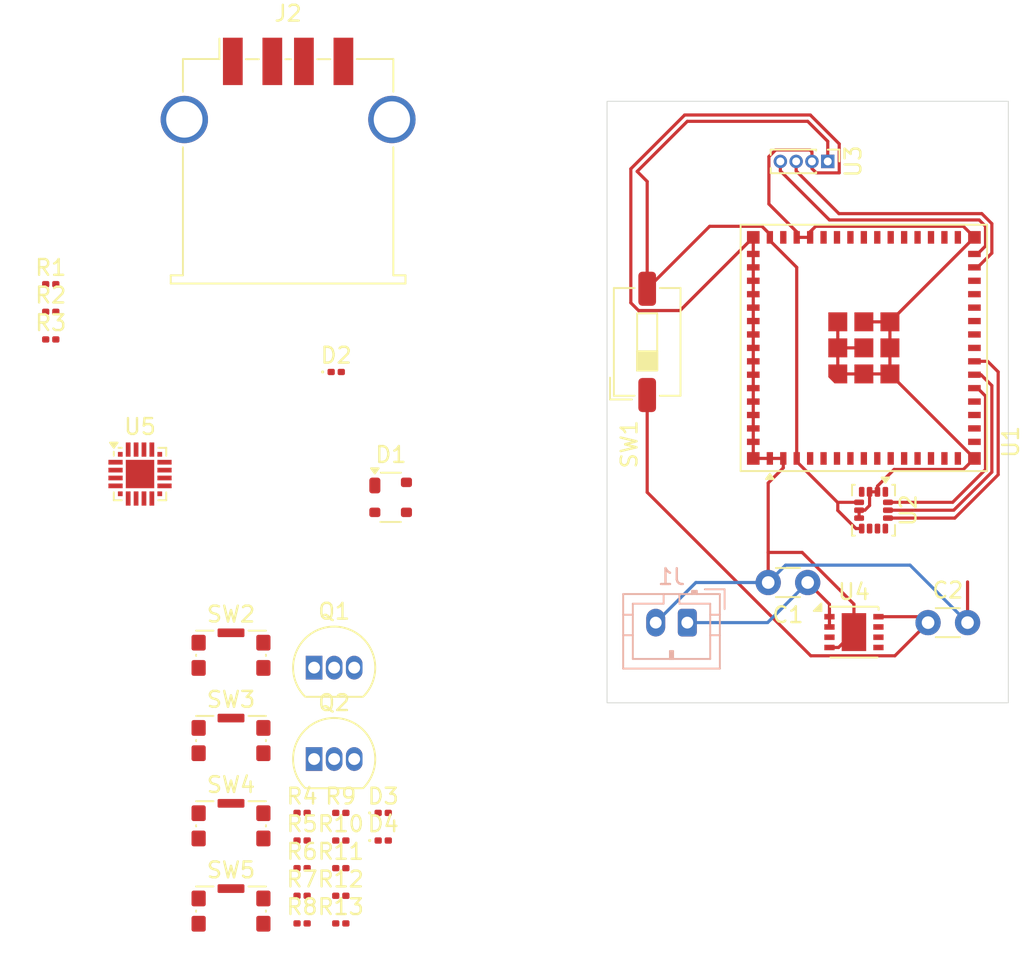
<source format=kicad_pcb>
(kicad_pcb (version 20241229) (generator "pcbnew") (generator_version "9.0")
  (layers (0 "F.Cu" signal) (2 "B.Cu" signal) (13 "F.Paste" user) (15 "B.Paste" user) (5 "F.SilkS" user "F.Silkscreen") (7 "B.SilkS" user "B.Silkscreen") (1 "F.Mask" user) (3 "B.Mask" user) (25 "Edge.Cuts" user))
  (net 0 "")
  (net 1 "GND")
  (net 2 "Net-(J1-Pin_1)")
  (net 3 "Battery_3.3V")
  (net 5 "VBUS_5V")
  (net 7 "Net-(D3-A)")
  (net 11 "Net-(D4-A)")
  (net 22 "Net-(Q1-B)")
  (net 23 "Net-(Q1-C)")
  (net 31 "Net-(Q2-C)")
  (net 33 "Net-(Q2-B)")
  (net 48 "ESP_3V3")
  (net 49 "ESP32_RXD0")
  (net 50 "ESP32_TXD0")
  (net 51 "GPIO36")
  (net 52 "GPIO37")
  (net 53 "Net-(J2-D-)")
  (net 54 "Net-(J2-D+)")
  (net 55 "CP2102_GPIO2")
  (net 56 "Net-(D2-A)")
  (net 58 "Net-(U5-VBUS)")
  (net 59 "Net-(U5-SUSPEND)")
  (net 60 "CP2102_GPIO3")
  (net 67 "GPIO38")
  (net 71 "GPIO39")
  (net 76 "GPIO18")
  (net 77 "GPIO16")
  (net 78 "GPIO34")
  (net 79 "GPIO17")
  (net 80 "GPIO48")
  (footprint "Resistor_SMD:R_0201_0603Metric" (layer "F.Cu") (at 69.505 92.71)
    (property "Reference" "R13" (at 0 -1.05 0) (layer "F.SilkS"))
    (property "Value" "10kR")
    (pad "1" smd roundrect (at -0.32 0) (size 0.46 0.4) (layers "F.Cu" "F.Mask") (net 71 "GPIO39"))
    (pad "2" smd roundrect (at 0.32 0) (size 0.46 0.4) (layers "F.Cu" "F.Mask") (net 1 "GND"))
  )
  (footprint "LED_SMD:LED_0201_0603Metric" (layer "F.Cu") (at 72.19 85.71)
    (property "Reference" "D3" (at 0 -1.05 0) (layer "F.SilkS"))
    (property "Value" "LED")
    (pad "1" smd roundrect (at -0.32 0) (size 0.46 0.4) (layers "F.Cu" "F.Mask") (net 1 "GND"))
    (pad "2" smd roundrect (at 0.32 0) (size 0.46 0.4) (layers "F.Cu" "F.Mask") (net 7 "Net-(D3-A)"))
  )
  (footprint "Button_Switch_SMD:SW_SPST_CK_KMS2xxGP" (layer "F.Cu") (at 62.555 91.93)
    (property "Reference" "SW5" (at 0 -2.6 0) (layer "F.SilkS"))
    (property "Value" "Button")
    (pad "" np_thru_hole circle (at -0.975 0.75) (size 0.9 0.9) (drill 0.9) (layers "*.Cu" "*.Mask"))
    (pad "" np_thru_hole circle (at 0.975 0.75) (size 0.9 0.9) (drill 0.9) (layers "*.Cu" "*.Mask"))
    (pad "1" smd roundrect (at -2.05 -0.8) (size 0.9 1) (layers "F.Cu" "F.Mask" "F.Paste") (roundrect_rratio 0.15) (net 71 "GPIO39"))
    (pad "1" smd roundrect (at 2.05 -0.8) (size 0.9 1) (layers "F.Cu" "F.Mask" "F.Paste") (roundrect_rratio 0.15) (net 71 "GPIO39"))
    (pad "2" smd roundrect (at -2.05 0.8) (size 0.9 1) (layers "F.Cu" "F.Mask" "F.Paste") (roundrect_rratio 0.15) (net 48 "ESP_3V3"))
    (pad "2" smd roundrect (at 2.05 0.8) (size 0.9 1) (layers "F.Cu" "F.Mask" "F.Paste") (roundrect_rratio 0.15) (net 48 "ESP_3V3"))
    (pad "SH" smd roundrect (at 0 -1.425) (size 1.7 0.55) (layers "F.Cu" "F.Mask" "F.Paste") (roundrect_rratio 0.15))
  )
  (footprint "LED_SMD:LED_0201_0603Metric" (layer "F.Cu") (at 69.215 57.785)
    (property "Reference" "D2" (at 0 -1.05 0) (layer "F.SilkS"))
    (property "Value" "LED")
    (pad "1" smd roundrect (at -0.32 0) (size 0.46 0.4) (layers "F.Cu" "F.Mask") (net 1 "GND"))
    (pad "2" smd roundrect (at 0.32 0) (size 0.46 0.4) (layers "F.Cu" "F.Mask") (net 56 "Net-(D2-A)"))
  )
  (footprint "Resistor_SMD:R_0201_0603Metric" (layer "F.Cu") (at 67.055 89.21)
    (property "Reference" "R6" (at 0 -1.05 0) (layer "F.SilkS"))
    (property "Value" "R")
    (pad "1" smd roundrect (at -0.32 0) (size 0.46 0.4) (layers "F.Cu" "F.Mask") (net 55 "CP2102_GPIO2"))
    (pad "2" smd roundrect (at 0.32 0) (size 0.46 0.4) (layers "F.Cu" "F.Mask") (net 22 "Net-(Q1-B)"))
  )
  (footprint "Package_TO_SOT_THT:TO-92_Inline" (layer "F.Cu") (at 67.815 82.3)
    (property "Reference" "Q2" (at 1.27 -3.56 0) (layer "F.SilkS"))
    (property "Value" "PN2222A")
    (pad "1" thru_hole rect (at 0 0) (size 1.05 1.5) (drill 0.75) (layers "*.Cu" "*.Mask") (net 1 "GND"))
    (pad "2" thru_hole oval (at 1.27 0) (size 1.05 1.5) (drill 0.75) (layers "*.Cu" "*.Mask") (net 33 "Net-(Q2-B)"))
    (pad "3" thru_hole oval (at 2.54 0) (size 1.05 1.5) (drill 0.75) (layers "*.Cu" "*.Mask") (net 31 "Net-(Q2-C)"))
  )
  (footprint "Connector_PinHeader_1.00mm:PinHeader_1x04_P1.00mm_Vertical" (layer "F.Cu") (at 100.33 44.45 -90)
    (property "Reference" "U3" (at 0 -1.61 90) (layer "F.SilkS"))
    (property "Value" "OLED_Display")
    (pad "1" thru_hole rect (at 0 0 270) (size 0.85 0.85) (drill 0.5) (layers "*.Cu" "*.Mask") (net 48 "ESP_3V3"))
    (pad "2" thru_hole circle (at 0 1 270) (size 0.85 0.85) (drill 0.5) (layers "*.Cu" "*.Mask") (net 1 "GND"))
    (pad "3" thru_hole circle (at 0 2 270) (size 0.85 0.85) (drill 0.5) (layers "*.Cu" "*.Mask") (net 78 "GPIO34"))
    (pad "4" thru_hole circle (at 0 3 270) (size 0.85 0.85) (drill 0.5) (layers "*.Cu" "*.Mask") (net 80 "GPIO48"))
  )
  (footprint "Resistor_SMD:R_0201_0603Metric" (layer "F.Cu") (at 51.145 53.975)
    (property "Reference" "R2" (at 0 -1.05 0) (layer "F.SilkS"))
    (property "Value" "47.5kR")
    (pad "1" smd roundrect (at -0.32 0) (size 0.46 0.4) (layers "F.Cu" "F.Mask") (net 58 "Net-(U5-VBUS)"))
    (pad "2" smd roundrect (at 0.32 0) (size 0.46 0.4) (layers "F.Cu" "F.Mask") (net 1 "GND"))
  )
  (footprint "Resistor_SMD:R_0201_0603Metric" (layer "F.Cu") (at 51.145 52.225)
    (property "Reference" "R1" (at 0 -1.05 0) (layer "F.SilkS"))
    (property "Value" "22.1kR")
    (pad "1" smd roundrect (at -0.32 0) (size 0.46 0.4) (layers "F.Cu" "F.Mask") (net 5 "VBUS_5V"))
    (pad "2" smd roundrect (at 0.32 0) (size 0.46 0.4) (layers "F.Cu" "F.Mask") (net 58 "Net-(U5-VBUS)"))
  )
  (footprint "Resistor_SMD:R_0201_0603Metric" (layer "F.Cu") (at 69.505 89.21)
    (property "Reference" "R11" (at 0 -1.05 0) (layer "F.SilkS"))
    (property "Value" "500R")
    (pad "1" smd roundrect (at -0.32 0) (size 0.46 0.4) (layers "F.Cu" "F.Mask") (net 31 "Net-(Q2-C)"))
    (pad "2" smd roundrect (at 0.32 0) (size 0.46 0.4) (layers "F.Cu" "F.Mask") (net 11 "Net-(D4-A)"))
  )
  (footprint "Resistor_SMD:R_0201_0603Metric" (layer "F.Cu") (at 67.055 85.71)
    (property "Reference" "R4" (at 0 -1.05 0) (layer "F.SilkS"))
    (property "Value" "10kR")
    (pad "1" smd roundrect (at -0.32 0) (size 0.46 0.4) (layers "F.Cu" "F.Mask") (net 51 "GPIO36"))
    (pad "2" smd roundrect (at 0.32 0) (size 0.46 0.4) (layers "F.Cu" "F.Mask") (net 1 "GND"))
  )
  (footprint "Button_Switch_SMD:SW_SPST_CK_KMS2xxGP" (layer "F.Cu") (at 62.555 81.13)
    (property "Reference" "SW3" (at 0 -2.6 0) (layer "F.SilkS"))
    (property "Value" "Button")
    (pad "" np_thru_hole circle (at -0.975 0.75) (size 0.9 0.9) (drill 0.9) (layers "*.Cu" "*.Mask"))
    (pad "" np_thru_hole circle (at 0.975 0.75) (size 0.9 0.9) (drill 0.9) (layers "*.Cu" "*.Mask"))
    (pad "1" smd roundrect (at -2.05 -0.8) (size 0.9 1) (layers "F.Cu" "F.Mask" "F.Paste") (roundrect_rratio 0.15) (net 52 "GPIO37"))
    (pad "1" smd roundrect (at 2.05 -0.8) (size 0.9 1) (layers "F.Cu" "F.Mask" "F.Paste") (roundrect_rratio 0.15) (net 52 "GPIO37"))
    (pad "2" smd roundrect (at -2.05 0.8) (size 0.9 1) (layers "F.Cu" "F.Mask" "F.Paste") (roundrect_rratio 0.15) (net 48 "ESP_3V3"))
    (pad "2" smd roundrect (at 2.05 0.8) (size 0.9 1) (layers "F.Cu" "F.Mask" "F.Paste") (roundrect_rratio 0.15) (net 48 "ESP_3V3"))
    (pad "SH" smd roundrect (at 0 -1.425) (size 1.7 0.55) (layers "F.Cu" "F.Mask" "F.Paste") (roundrect_rratio 0.15))
  )
  (footprint "Button_Switch_SMD:SW_SPST_CK_KMS2xxGP" (layer "F.Cu") (at 62.555 86.53)
    (property "Reference" "SW4" (at 0 -2.6 0) (layer "F.SilkS"))
    (property "Value" "Button")
    (pad "" np_thru_hole circle (at -0.975 0.75) (size 0.9 0.9) (drill 0.9) (layers "*.Cu" "*.Mask"))
    (pad "" np_thru_hole circle (at 0.975 0.75) (size 0.9 0.9) (drill 0.9) (layers "*.Cu" "*.Mask"))
    (pad "1" smd roundrect (at -2.05 -0.8) (size 0.9 1) (layers "F.Cu" "F.Mask" "F.Paste") (roundrect_rratio 0.15) (net 67 "GPIO38"))
    (pad "1" smd roundrect (at 2.05 -0.8) (size 0.9 1) (layers "F.Cu" "F.Mask" "F.Paste") (roundrect_rratio 0.15) (net 67 "GPIO38"))
    (pad "2" smd roundrect (at -2.05 0.8) (size 0.9 1) (layers "F.Cu" "F.Mask" "F.Paste") (roundrect_rratio 0.15) (net 48 "ESP_3V3"))
    (pad "2" smd roundrect (at 2.05 0.8) (size 0.9 1) (layers "F.Cu" "F.Mask" "F.Paste") (roundrect_rratio 0.15) (net 48 "ESP_3V3"))
    (pad "SH" smd roundrect (at 0 -1.425) (size 1.7 0.55) (layers "F.Cu" "F.Mask" "F.Paste") (roundrect_rratio 0.15))
  )
  (footprint "Resistor_SMD:R_0201_0603Metric" (layer "F.Cu") (at 69.505 87.46)
    (property "Reference" "R10" (at 0 -1.05 0) (layer "F.SilkS"))
    (property "Value" "R")
    (pad "1" smd roundrect (at -0.32 0) (size 0.46 0.4) (layers "F.Cu" "F.Mask") (net 5 "VBUS_5V"))
    (pad "2" smd roundrect (at 0.32 0) (size 0.46 0.4) (layers "F.Cu" "F.Mask") (net 31 "Net-(Q2-C)"))
  )
  (footprint "Package_LGA:LGA-14_3x2.5mm_P0.5mm_LayoutBorder3x4y" (layer "F.Cu") (at 103.2275 66.54 -90)
    (property "Reference" "U2" (at 0 -2.2 90) (layer "F.SilkS"))
    (property "Value" "LSM6DS3" (hide yes))
    (pad "1" smd roundrect (at -1.1625 -0.75 270) (size 0.625 0.35) (layers "F.Cu" "F.Mask" "F.Paste"))
    (pad "2" smd roundrect (at -1.1625 -0.25 270) (size 0.625 0.35) (layers "F.Cu" "F.Mask" "F.Paste") (net 1 "GND"))
    (pad "3" smd roundrect (at -1.1625 0.25 270) (size 0.625 0.35) (layers "F.Cu" "F.Mask" "F.Paste") (net 1 "GND"))
    (pad "4" smd roundrect (at -1.1625 0.75 270) (size 0.625 0.35) (layers "F.Cu" "F.Mask" "F.Paste"))
    (pad "5" smd roundrect (at -0.5 0.9125 270) (size 0.35 0.625) (layers "F.Cu" "F.Mask" "F.Paste") (net 48 "ESP_3V3"))
    (pad "6" smd roundrect (at 0 0.9125 270) (size 0.35 0.625) (layers "F.Cu" "F.Mask" "F.Paste") (net 1 "GND"))
    (pad "7" smd roundrect (at 0.5 0.9125 270) (size 0.35 0.625) (layers "F.Cu" "F.Mask" "F.Paste") (net 1 "GND"))
    (pad "8" smd roundrect (at 1.1625 0.75 270) (size 0.625 0.35) (layers "F.Cu" "F.Mask" "F.Paste") (net 48 "ESP_3V3"))
    (pad "9" smd roundrect (at 1.1625 0.25 270) (size 0.625 0.35) (layers "F.Cu" "F.Mask" "F.Paste"))
    (pad "10" smd roundrect (at 1.1625 -0.25 270) (size 0.625 0.35) (layers "F.Cu" "F.Mask" "F.Paste"))
    (pad "11" smd roundrect (at 1.1625 -0.75 270) (size 0.625 0.35) (layers "F.Cu" "F.Mask" "F.Paste"))
    (pad "12" smd roundrect (at 0.5 -0.9125 270) (size 0.35 0.625) (layers "F.Cu" "F.Mask" "F.Paste") (net 76 "GPIO18"))
    (pad "13" smd roundrect (at 0 -0.9125 270) (size 0.35 0.625) (layers "F.Cu" "F.Mask" "F.Paste") (net 79 "GPIO17"))
    (pad "14" smd roundrect (at -0.5 -0.9125 270) (size 0.35 0.625) (layers "F.Cu" "F.Mask" "F.Paste") (net 77 "GPIO16"))
  )
  (footprint "Resistor_SMD:R_0201_0603Metric" (layer "F.Cu") (at 67.055 87.46)
    (property "Reference" "R5" (at 0 -1.05 0) (layer "F.SilkS"))
    (property "Value" "10kR")
    (pad "1" smd roundrect (at -0.32 0) (size 0.46 0.4) (layers "F.Cu" "F.Mask") (net 52 "GPIO37"))
    (pad "2" smd roundrect (at 0.32 0) (size 0.46 0.4) (layers "F.Cu" "F.Mask") (net 1 "GND"))
  )
  (footprint "Package_TO_SOT_THT:TO-92_Inline" (layer "F.Cu") (at 67.815 76.51)
    (property "Reference" "Q1" (at 1.27 -3.56 0) (layer "F.SilkS"))
    (property "Value" "PN2222A")
    (pad "1" thru_hole rect (at 0 0) (size 1.05 1.5) (drill 0.75) (layers "*.Cu" "*.Mask") (net 1 "GND"))
    (pad "2" thru_hole oval (at 1.27 0) (size 1.05 1.5) (drill 0.75) (layers "*.Cu" "*.Mask") (net 22 "Net-(Q1-B)"))
    (pad "3" thru_hole oval (at 2.54 0) (size 1.05 1.5) (drill 0.75) (layers "*.Cu" "*.Mask") (net 23 "Net-(Q1-C)"))
  )
  (footprint "Package_DFN_QFN:DFN-8-1EP_3x3mm_P0.65mm_EP1.55x2.4mm" (layer "F.Cu") (at 101.9875 74.26)
    (property "Reference" "U4" (at 0 -2.55 0) (layer "F.SilkS"))
    (property "Value" "MCP1727-3302xMF")
    (pad "1" smd rect (at -1.55 -0.975) (size 0.65 0.35) (layers "F.Cu" "F.Mask" "F.Paste") (net 2 "Net-(J1-Pin_1)"))
    (pad "2" smd rect (at -1.55 -0.325) (size 0.65 0.35) (layers "F.Cu" "F.Mask" "F.Paste") (net 2 "Net-(J1-Pin_1)"))
    (pad "3" smd rect (at -1.55 0.325) (size 0.65 0.35) (layers "F.Cu" "F.Mask" "F.Paste"))
    (pad "4" smd rect (at -1.55 0.975) (size 0.65 0.35) (layers "F.Cu" "F.Mask" "F.Paste") (net 1 "GND"))
    (pad "5" smd rect (at 1.55 0.975) (size 0.65 0.35) (layers "F.Cu" "F.Mask" "F.Paste"))
    (pad "6" smd rect (at 1.55 0.325) (size 0.65 0.35) (layers "F.Cu" "F.Mask" "F.Paste"))
    (pad "7" smd rect (at 1.55 -0.325) (size 0.65 0.35) (layers "F.Cu" "F.Mask" "F.Paste"))
    (pad "8" smd rect (at 1.55 -0.975) (size 0.65 0.35) (layers "F.Cu" "F.Mask" "F.Paste") (net 3 "Battery_3.3V"))
    (pad "9" smd rect (at 0 0) (size 1.55 2.4) (layers "F.Cu" "F.Mask") (net 1 "GND"))
  )
  (footprint "RF_Module:ESP32-S2-MINI-1U" (layer "F.Cu") (at 102.615 56.26 90)
    (property "Reference" "U1" (at -5.95 9.3 90) (layer "F.SilkS"))
    (property "Value" "ESP32-S3-MINI-1U")
    (pad "1" smd rect (at -7 -5.95 90) (size 0.8 0.4) (layers "F.Cu" "F.Mask" "F.Paste") (net 1 "GND"))
    (pad "2" smd rect (at -7 -5.1 90) (size 0.8 0.4) (layers "F.Cu" "F.Mask" "F.Paste") (net 1 "GND"))
    (pad "3" smd rect (at -7 -4.25 90) (size 0.8 0.4) (layers "F.Cu" "F.Mask" "F.Paste") (net 48 "ESP_3V3"))
    (pad "4" smd rect (at -7 -3.4 90) (size 0.8 0.4) (layers "F.Cu" "F.Mask" "F.Paste"))
    (pad "5" smd rect (at -7 -2.55 90) (size 0.8 0.4) (layers "F.Cu" "F.Mask" "F.Paste"))
    (pad "6" smd rect (at -7 -1.7 90) (size 0.8 0.4) (layers "F.Cu" "F.Mask" "F.Paste"))
    (pad "7" smd rect (at -7 -0.85 90) (size 0.8 0.4) (layers "F.Cu" "F.Mask" "F.Paste"))
    (pad "8" smd rect (at -7 0 90) (size 0.8 0.4) (layers "F.Cu" "F.Mask" "F.Paste"))
    (pad "9" smd rect (at -7 0.85 90) (size 0.8 0.4) (layers "F.Cu" "F.Mask" "F.Paste"))
    (pad "10" smd rect (at -7 1.7 90) (size 0.8 0.4) (layers "F.Cu" "F.Mask" "F.Paste"))
    (pad "11" smd rect (at -7 2.55 90) (size 0.8 0.4) (layers "F.Cu" "F.Mask" "F.Paste"))
    (pad "12" smd rect (at -7 3.4 90) (size 0.8 0.4) (layers "F.Cu" "F.Mask" "F.Paste"))
    (pad "13" smd rect (at -7 4.25 90) (size 0.8 0.4) (layers "F.Cu" "F.Mask" "F.Paste"))
    (pad "14" smd rect (at -7 5.1 90) (size 0.8 0.4) (layers "F.Cu" "F.Mask" "F.Paste"))
    (pad "15" smd rect (at -7 5.95 90) (size 0.8 0.4) (layers "F.Cu" "F.Mask" "F.Paste"))
    (pad "16" smd rect (at -5.95 7 180) (size 0.8 0.4) (layers "F.Cu" "F.Mask" "F.Paste"))
    (pad "17" smd rect (at -5.1 7 180) (size 0.8 0.4) (layers "F.Cu" "F.Mask" "F.Paste"))
    (pad "18" smd rect (at -4.25 7 180) (size 0.8 0.4) (layers "F.Cu" "F.Mask" "F.Paste"))
    (pad "19" smd rect (at -3.4 7 180) (size 0.8 0.4) (layers "F.Cu" "F.Mask" "F.Paste"))
    (pad "20" smd rect (at -2.55 7 180) (size 0.8 0.4) (layers "F.Cu" "F.Mask" "F.Paste") (net 77 "GPIO16"))
    (pad "21" smd rect (at -1.7 7 180) (size 0.8 0.4) (layers "F.Cu" "F.Mask" "F.Paste") (net 79 "GPIO17"))
    (pad "22" smd rect (at -0.85 7 180) (size 0.8 0.4) (layers "F.Cu" "F.Mask" "F.Paste") (net 76 "GPIO18"))
    (pad "23" smd rect (at 0 7 180) (size 0.8 0.4) (layers "F.Cu" "F.Mask" "F.Paste"))
    (pad "24" smd rect (at 0.85 7 180) (size 0.8 0.4) (layers "F.Cu" "F.Mask" "F.Paste"))
    (pad "25" smd rect (at 1.7 7 180) (size 0.8 0.4) (layers "F.Cu" "F.Mask" "F.Paste"))
    (pad "26" smd rect (at 2.55 7 180) (size 0.8 0.4) (layers "F.Cu" "F.Mask" "F.Paste"))
    (pad "27" smd rect (at 3.4 7 180) (size 0.8 0.4) (layers "F.Cu" "F.Mask" "F.Paste"))
    (pad "28" smd rect (at 4.25 7 180) (size 0.8 0.4) (layers "F.Cu" "F.Mask" "F.Paste"))
    (pad "29" smd rect (at 5.1 7 180) (size 0.8 0.4) (layers "F.Cu" "F.Mask" "F.Paste") (net 78 "GPIO34"))
    (pad "30" smd rect (at 5.95 7 180) (size 0.8 0.4) (layers "F.Cu" "F.Mask" "F.Paste") (net 80 "GPIO48"))
    (pad "31" smd rect (at 7 5.95 90) (size 0.8 0.4) (layers "F.Cu" "F.Mask" "F.Paste"))
    (pad "32" smd rect (at 7 5.1 90) (size 0.8 0.4) (layers "F.Cu" "F.Mask" "F.Paste") (net 51 "GPIO36"))
    (pad "33" smd rect (at 7 4.25 90) (size 0.8 0.4) (layers "F.Cu" "F.Mask" "F.Paste") (net 52 "GPIO37"))
    (pad "34" smd rect (at 7 3.4 90) (size 0.8 0.4) (layers "F.Cu" "F.Mask" "F.Paste") (net 67 "GPIO38"))
    (pad "35" smd rect (at 7 2.55 90) (size 0.8 0.4) (layers "F.Cu" "F.Mask" "F.Paste") (net 71 "GPIO39"))
    (pad "36" smd rect (at 7 1.7 90) (size 0.8 0.4) (layers "F.Cu" "F.Mask" "F.Paste"))
    (pad "37" smd rect (at 7 0.85 90) (size 0.8 0.4) (layers "F.Cu" "F.Mask" "F.Paste"))
    (pad "38" smd rect (at 7 0 90) (size 0.8 0.4) (layers "F.Cu" "F.Mask" "F.Paste"))
    (pad "39" smd rect (at 7 -0.85 90) (size 0.8 0.4) (layers "F.Cu" "F.Mask" "F.Paste") (net 50 "ESP32_TXD0"))
    (pad "40" smd rect (at 7 -1.7 90) (size 0.8 0.4) (layers "F.Cu" "F.Mask" "F.Paste") (net 49 "ESP32_RXD0"))
    (pad "41" smd rect (at 7 -2.55 90) (size 0.8 0.4) (layers "F.Cu" "F.Mask" "F.Paste"))
    (pad "42" smd rect (at 7 -3.4 90) (size 0.8 0.4) (layers "F.Cu" "F.Mask" "F.Paste") (net 1 "GND"))
    (pad "43" smd rect (at 7 -4.25 90) (size 0.8 0.4) (layers "F.Cu" "F.Mask" "F.Paste") (net 1 "GND"))
    (pad "44" smd rect (at 7 -5.1 90) (size 0.8 0.4) (layers "F.Cu" "F.Mask" "F.Paste"))
    (pad "45" smd rect (at 7 -5.95 90) (size 0.8 0.4) (layers "F.Cu" "F.Mask" "F.Paste") (net 48 "ESP_3V3"))
    (pad "46" smd rect (at 5.95 -7 180) (size 0.8 0.4) (layers "F.Cu" "F.Mask" "F.Paste") (net 1 "GND"))
    (pad "47" smd rect (at 5.1 -7 180) (size 0.8 0.4) (layers "F.Cu" "F.Mask" "F.Paste") (net 1 "GND"))
    (pad "48" smd rect (at 4.25 -7 180) (size 0.8 0.4) (layers "F.Cu" "F.Mask" "F.Paste") (net 1 "GND"))
    (pad "49" smd rect (at 3.4 -7 180) (size 0.8 0.4) (layers "F.Cu" "F.Mask" "F.Paste") (net 1 "GND"))
    (pad "50" smd rect (at 2.55 -7 180) (size 0.8 0.4) (layers "F.Cu" "F.Mask" "F.Paste") (net 1 "GND"))
    (pad "51" smd rect (at 1.7 -7 180) (size 0.8 0.4) (layers "F.Cu" "F.Mask" "F.Paste") (net 1 "GND"))
    (pad "52" smd rect (at 0.85 -7 180) (size 0.8 0.4) (layers "F.Cu" "F.Mask" "F.Paste") (net 1 "GND"))
    (pad "53" smd rect (at 0 -7 180) (size 0.8 0.4) (layers "F.Cu" "F.Mask" "F.Paste") (net 1 "GND"))
    (pad "54" smd rect (at -0.85 -7 180) (size 0.8 0.4) (layers "F.Cu" "F.Mask" "F.Paste") (net 1 "GND"))
    (pad "55" smd rect (at -1.7 -7 180) (size 0.8 0.4) (layers "F.Cu" "F.Mask" "F.Paste") (net 1 "GND"))
    (pad "56" smd rect (at -2.55 -7 180) (size 0.8 0.4) (layers "F.Cu" "F.Mask" "F.Paste") (net 1 "GND"))
    (pad "57" smd rect (at -3.4 -7 180) (size 0.8 0.4) (layers "F.Cu" "F.Mask" "F.Paste") (net 1 "GND"))
    (pad "58" smd rect (at -4.25 -7 180) (size 0.8 0.4) (layers "F.Cu" "F.Mask" "F.Paste") (net 1 "GND"))
    (pad "59" smd rect (at -5.1 -7 180) (size 0.8 0.4) (layers "F.Cu" "F.Mask" "F.Paste") (net 1 "GND"))
    (pad "60" smd rect (at -5.95 -7 180) (size 0.8 0.4) (layers "F.Cu" "F.Mask" "F.Paste") (net 1 "GND"))
    (pad "61" smd roundrect (at -1.65 -1.65 90) (size 1.2 1.2) (property pad_prop_heatsink) (layers "F.Cu" "F.Mask" "F.Paste") (roundrect_rratio 0) (chamfer_ratio 0.33) (chamfer top_left) (net 1 "GND"))
    (pad "61" smd rect (at -1.65 0 90) (size 1.2 1.2) (property pad_prop_heatsink) (layers "F.Cu" "F.Mask" "F.Paste") (net 1 "GND"))
    (pad "61" smd rect (at -1.65 1.65 90) (size 1.2 1.2) (property pad_prop_heatsink) (layers "F.Cu" "F.Mask" "F.Paste") (net 1 "GND"))
    (pad "61" smd rect (at 0 -1.65 90) (size 1.2 1.2) (property pad_prop_heatsink) (layers "F.Cu" "F.Mask" "F.Paste") (net 1 "GND"))
    (pad "61" smd rect (at 0 0 90) (size 1.2 1.2) (property pad_prop_heatsink) (layers "F.Cu" "F.Mask" "F.Paste") (net 1 "GND"))
    (pad "61" smd rect (at 0 1.65 90) (size 1.2 1.2) (property pad_prop_heatsink) (layers "F.Cu" "F.Mask" "F.Paste") (net 1 "GND"))
    (pad "61" smd rect (at 1.65 -1.65 90) (size 1.2 1.2) (property pad_prop_heatsink) (layers "F.Cu" "F.Mask" "F.Paste") (net 1 "GND"))
    (pad "61" smd rect (at 1.65 0 90) (size 1.2 1.2) (property pad_prop_heatsink) (layers "F.Cu" "F.Mask" "F.Paste") (net 1 "GND"))
    (pad "61" smd rect (at 1.65 1.65 90) (size 1.2 1.2) (property pad_prop_heatsink) (layers "F.Cu" "F.Mask" "F.Paste") (net 1 "GND"))
    (pad "62" smd rect (at -7 -7 90) (size 0.8 0.8) (layers "F.Cu" "F.Mask" "F.Paste") (net 1 "GND"))
    (pad "63" smd rect (at -7 7 90) (size 0.8 0.8) (layers "F.Cu" "F.Mask" "F.Paste") (net 1 "GND"))
    (pad "64" smd rect (at 7 7 90) (size 0.8 0.8) (layers "F.Cu" "F.Mask" "F.Paste") (net 1 "GND"))
    (pad "65" smd rect (at 7 -7 90) (size 0.8 0.8) (layers "F.Cu" "F.Mask" "F.Paste") (net 1 "GND"))
  )
  (footprint "Capacitor_THT:C_Disc_D3.0mm_W1.6mm_P2.50mm" (layer "F.Cu") (at 99.06 71.12 180)
    (property "Reference" "C1" (at 1.25 -2.05 0) (layer "F.SilkS"))
    (property "Value" "5uF")
    (pad "1" thru_hole circle (at 0 0 180) (size 1.6 1.6) (drill 0.8) (layers "*.Cu" "*.Mask") (net 2 "Net-(J1-Pin_1)"))
    (pad "2" thru_hole circle (at 2.5 0 180) (size 1.6 1.6) (drill 0.8) (layers "*.Cu" "*.Mask") (net 1 "GND"))
  )
  (footprint "Button_Switch_SMD:SW_DIP_SPSTx01_Slide_6.7x4.1mm_W6.73mm_P2.54mm_LowProfile_JPin" (layer "F.Cu") (at 88.9 55.88 90)
    (property "Reference" "SW1" (at -6.485 -1.135 90) (layer "F.SilkS"))
    (property "Value" "EN_Switch")
    (pad "1" smd roundrect (at -3.365 0 90) (size 2.16 1.12) (layers "F.Cu" "F.Mask" "F.Paste") (roundrect_rratio 0.223214) (net 3 "Battery_3.3V"))
    (pad "2" smd roundrect (at 3.365 0 90) (size 2.16 1.12) (layers "F.Cu" "F.Mask" "F.Paste") (roundrect_rratio 0.223214) (net 48 "ESP_3V3"))
  )
  (footprint "Package_DFN_QFN:SiliconLabs_QFN-20-1EP_3x3mm_P0.5mm_EP1.8x1.8mm" (layer "F.Cu") (at 56.795 64.25)
    (property "Reference" "U5" (at 0 -3 0) (layer "F.SilkS"))
    (property "Value" "CP2102N-Axx-xQFN20")
    (pad "1" smd rect (at -1.25 -1.25) (size 0.3 0.3) (layers "F.Cu" "F.Mask" "F.Paste"))
    (pad "2" smd rect (at -1.55 -0.75) (size 0.9 0.3) (layers "F.Cu" "F.Mask" "F.Paste"))
    (pad "3" smd rect (at -1.55 -0.25) (size 0.9 0.3) (layers "F.Cu" "F.Mask" "F.Paste") (net 1 "GND"))
    (pad "4" smd rect (at -1.55 0.25) (size 0.9 0.3) (layers "F.Cu" "F.Mask" "F.Paste") (net 54 "Net-(J2-D+)"))
    (pad "5" smd rect (at -1.55 0.75) (size 0.9 0.3) (layers "F.Cu" "F.Mask" "F.Paste") (net 53 "Net-(J2-D-)"))
    (pad "6" smd rect (at -1.25 1.25) (size 0.3 0.3) (layers "F.Cu" "F.Mask" "F.Paste"))
    (pad "7" smd rect (at -0.75 1.55 90) (size 0.9 0.3) (layers "F.Cu" "F.Mask" "F.Paste") (net 5 "VBUS_5V"))
    (pad "8" smd rect (at -0.25 1.55 90) (size 0.9 0.3) (layers "F.Cu" "F.Mask" "F.Paste") (net 58 "Net-(U5-VBUS)"))
    (pad "9" smd rect (at 0.25 1.55 90) (size 0.9 0.3) (layers "F.Cu" "F.Mask" "F.Paste"))
    (pad "10" smd rect (at 0.75 1.55 90) (size 0.9 0.3) (layers "F.Cu" "F.Mask" "F.Paste"))
    (pad "11" smd rect (at 1.25 1.25) (size 0.3 0.3) (layers "F.Cu" "F.Mask" "F.Paste"))
    (pad "12" smd rect (at 1.55 0.75) (size 0.9 0.3) (layers "F.Cu" "F.Mask" "F.Paste") (net 1 "GND"))
    (pad "13" smd rect (at 1.55 0.25) (size 0.9 0.3) (layers "F.Cu" "F.Mask" "F.Paste"))
    (pad "14" smd rect (at 1.55 -0.25) (size 0.9 0.3) (layers "F.Cu" "F.Mask" "F.Paste") (net 59 "Net-(U5-SUSPEND)"))
    (pad "15" smd rect (at 1.55 -0.75) (size 0.9 0.3) (layers "F.Cu" "F.Mask" "F.Paste"))
    (pad "16" smd rect (at 1.25 -1.25) (size 0.3 0.3) (layers "F.Cu" "F.Mask" "F.Paste"))
    (pad "17" smd rect (at 0.75 -1.55 90) (size 0.9 0.3) (layers "F.Cu" "F.Mask" "F.Paste") (net 50 "ESP32_TXD0"))
    (pad "18" smd rect (at 0.25 -1.55 90) (size 0.9 0.3) (layers "F.Cu" "F.Mask" "F.Paste") (net 49 "ESP32_RXD0"))
    (pad "19" smd rect (at -0.25 -1.55 90) (size 0.9 0.3) (layers "F.Cu" "F.Mask" "F.Paste") (net 60 "CP2102_GPIO3"))
    (pad "20" smd rect (at -0.75 -1.55 90) (size 0.9 0.3) (layers "F.Cu" "F.Mask" "F.Paste") (net 55 "CP2102_GPIO2"))
    (pad "21" smd rect (at 0 0) (size 1.8 1.8) (layers "F.Cu" "F.Mask") (net 1 "GND"))
  )
  (footprint "Resistor_SMD:R_0201_0603Metric" (layer "F.Cu") (at 67.055 90.96)
    (property "Reference" "R7" (at 0 -1.05 0) (layer "F.SilkS"))
    (property "Value" "R")
    (pad "1" smd roundrect (at -0.32 0) (size 0.46 0.4) (layers "F.Cu" "F.Mask") (net 5 "VBUS_5V"))
    (pad "2" smd roundrect (at 0.32 0) (size 0.46 0.4) (layers "F.Cu" "F.Mask") (net 23 "Net-(Q1-C)"))
  )
  (footprint "Resistor_SMD:R_0201_0603Metric" (layer "F.Cu") (at 69.505 90.96)
    (property "Reference" "R12" (at 0 -1.05 0) (layer "F.SilkS"))
    (property "Value" "10kR")
    (pad "1" smd roundrect (at -0.32 0) (size 0.46 0.4) (layers "F.Cu" "F.Mask") (net 67 "GPIO38"))
    (pad "2" smd roundrect (at 0.32 0) (size 0.46 0.4) (layers "F.Cu" "F.Mask") (net 1 "GND"))
  )
  (footprint "LED_SMD:LED_0201_0603Metric" (layer "F.Cu") (at 72.19 87.46)
    (property "Reference" "D4" (at 0 -1.05 0) (layer "F.SilkS"))
    (property "Value" "LED")
    (pad "1" smd roundrect (at -0.32 0) (size 0.46 0.4) (layers "F.Cu" "F.Mask") (net 1 "GND"))
    (pad "2" smd roundrect (at 0.32 0) (size 0.46 0.4) (layers "F.Cu" "F.Mask") (net 11 "Net-(D4-A)"))
  )
  (footprint "Resistor_SMD:R_0201_0603Metric" (layer "F.Cu") (at 69.505 85.71)
    (property "Reference" "R9" (at 0 -1.05 0) (layer "F.SilkS"))
    (property "Value" "R")
    (pad "1" smd roundrect (at -0.32 0) (size 0.46 0.4) (layers "F.Cu" "F.Mask") (net 60 "CP2102_GPIO3"))
    (pad "2" smd roundrect (at 0.32 0) (size 0.46 0.4) (layers "F.Cu" "F.Mask") (net 33 "Net-(Q2-B)"))
  )
  (footprint "Resistor_SMD:R_0201_0603Metric" (layer "F.Cu") (at 67.055 92.71)
    (property "Reference" "R8" (at 0 -1.05 0) (layer "F.SilkS"))
    (property "Value" "500R")
    (pad "1" smd roundrect (at -0.32 0) (size 0.46 0.4) (layers "F.Cu" "F.Mask") (net 23 "Net-(Q1-C)"))
    (pad "2" smd roundrect (at 0.32 0) (size 0.46 0.4) (layers "F.Cu" "F.Mask") (net 7 "Net-(D3-A)"))
  )
  (footprint "Button_Switch_SMD:SW_SPST_CK_KMS2xxGP" (layer "F.Cu") (at 62.555 75.73)
    (property "Reference" "SW2" (at 0 -2.6 0) (layer "F.SilkS"))
    (property "Value" "Button")
    (pad "" np_thru_hole circle (at -0.975 0.75) (size 0.9 0.9) (drill 0.9) (layers "*.Cu" "*.Mask"))
    (pad "" np_thru_hole circle (at 0.975 0.75) (size 0.9 0.9) (drill 0.9) (layers "*.Cu" "*.Mask"))
    (pad "1" smd roundrect (at -2.05 -0.8) (size 0.9 1) (layers "F.Cu" "F.Mask" "F.Paste") (roundrect_rratio 0.15) (net 51 "GPIO36"))
    (pad "1" smd roundrect (at 2.05 -0.8) (size 0.9 1) (layers "F.Cu" "F.Mask" "F.Paste") (roundrect_rratio 0.15) (net 51 "GPIO36"))
    (pad "2" smd roundrect (at -2.05 0.8) (size 0.9 1) (layers "F.Cu" "F.Mask" "F.Paste") (roundrect_rratio 0.15) (net 48 "ESP_3V3"))
    (pad "2" smd roundrect (at 2.05 0.8) (size 0.9 1) (layers "F.Cu" "F.Mask" "F.Paste") (roundrect_rratio 0.15) (net 48 "ESP_3V3"))
    (pad "SH" smd roundrect (at 0 -1.425) (size 1.7 0.55) (layers "F.Cu" "F.Mask" "F.Paste") (roundrect_rratio 0.15))
  )
  (footprint "Resistor_SMD:R_0201_0603Metric" (layer "F.Cu") (at 51.145 55.725)
    (property "Reference" "R3" (at 0 -1.05 0) (layer "F.SilkS"))
    (property "Value" "10kR")
    (pad "1" smd roundrect (at -0.32 0) (size 0.46 0.4) (layers "F.Cu" "F.Mask") (net 59 "Net-(U5-SUSPEND)"))
    (pad "2" smd roundrect (at 0.32 0) (size 0.46 0.4) (layers "F.Cu" "F.Mask") (net 56 "Net-(D2-A)"))
  )
  (footprint "Connector_USB:USB_A_TE_292303-7_Horizontal" (layer "F.Cu") (at 66.17 44.495)
    (property "Reference" "J2" (at 0 -9.42 0) (layer "F.SilkS"))
    (property "Value" "USB_A")
    (pad "1" smd rect (at -3.5 -6.38) (size 1.25 3) (layers "F.Cu" "F.Mask" "F.Paste") (net 5 "VBUS_5V"))
    (pad "2" smd rect (at -1 -6.38) (size 1.25 3) (layers "F.Cu" "F.Mask" "F.Paste") (net 53 "Net-(J2-D-)"))
    (pad "3" smd rect (at 1 -6.38) (size 1.25 3) (layers "F.Cu" "F.Mask" "F.Paste") (net 54 "Net-(J2-D+)"))
    (pad "4" smd rect (at 3.5 -6.38) (size 1.25 3) (layers "F.Cu" "F.Mask" "F.Paste") (net 1 "GND"))
    (pad "5" thru_hole circle (at -6.57 -2.7) (size 3 3) (drill 2.3) (property pad_prop_heatsink) (layers "*.Cu" "*.Mask"))
    (pad "5" thru_hole circle (at 6.57 -2.7) (size 3 3) (drill 2.3) (property pad_prop_heatsink) (layers "*.Cu" "*.Mask"))
  )
  (footprint "Package_TO_SOT_SMD:SOT-143" (layer "F.Cu") (at 72.66 65.725)
    (property "Reference" "D1" (at 0.02 -2.7 0) (layer "F.SilkS"))
    (property "Value" "SP0503BAHT")
    (pad "1" smd roundrect (at -1 -0.75) (size 0.7 1) (layers "F.Cu" "F.Mask" "F.Paste") (net 1 "GND"))
    (pad "2" smd roundrect (at -1 0.95) (size 0.7 0.6) (layers "F.Cu" "F.Mask" "F.Paste") (net 5 "VBUS_5V"))
    (pad "3" smd roundrect (at 1 0.95) (size 0.7 0.6) (layers "F.Cu" "F.Mask" "F.Paste") (net 54 "Net-(J2-D+)"))
    (pad "4" smd roundrect (at 1 -0.95) (size 0.7 0.6) (layers "F.Cu" "F.Mask" "F.Paste") (net 53 "Net-(J2-D-)"))
  )
  (footprint "Capacitor_THT:C_Disc_D3.0mm_W1.6mm_P2.50mm" (layer "F.Cu") (at 106.68 73.66)
    (property "Reference" "C2" (at 1.25 -2.05 0) (layer "F.SilkS"))
    (property "Value" "1uF")
    (pad "1" thru_hole circle (at 0 0) (size 1.6 1.6) (drill 0.8) (layers "*.Cu" "*.Mask") (net 3 "Battery_3.3V"))
    (pad "2" thru_hole circle (at 2.5 0) (size 1.6 1.6) (drill 0.8) (layers "*.Cu" "*.Mask") (net 1 "GND"))
  )
  (footprint "Connector_JST:JST_PH_B2B-PH-K_1x02_P2.00mm_Vertical" (layer "B.Cu") (at 91.44 73.66 180)
    (property "Reference" "J1" (at 1 2.9 0) (layer "B.SilkS") (effects (justify mirror)))
    (property "Value" "Battery Socket")
    (pad "1" thru_hole roundrect (at 0 0 180) (size 1.2 1.75) (drill 0.75) (layers "*.Cu" "*.Mask") (roundrect_rratio 0.208333) (net 2 "Net-(J1-Pin_1)"))
    (pad "2" thru_hole oval (at 2 0 180) (size 1.2 1.75) (drill 0.75) (layers "*.Cu" "*.Mask") (net 1 "GND"))
  )
  (gr_rect (start 86.36 40.64) (end 111.76 78.74) (stroke (width 0.05)) (fill no) (layer "Edge.Cuts"))
  (segment (start 100.965 56.26) (end 100.965 57.91) (width 0.2) (layer "F.Cu") (net 1))
  (segment (start 97.02928 43.724) (end 96.604 44.14928) (width 0.2) (layer "F.Cu") (net 1))
  (segment (start 99.33 44.45) (end 99.33 43.84896) (width 0.2) (layer "F.Cu") (net 1))
  (segment (start 97.515 63.86) (end 96.56 64.815) (width 0.2) (layer "F.Cu") (net 1))
  (segment (start 98.365 49.26) (end 99.215 49.26) (width 0.2) (layer "F.Cu") (net 1))
  (segment (start 95.615 51.16) (end 95.615 52.01) (width 0.2) (layer "F.Cu") (net 1))
  (segment (start 95.615 57.11) (end 95.615 57.96) (width 0.2) (layer "F.Cu") (net 1))
  (segment (start 99.695 48.559) (end 108.914 48.559) (width 0.2) (layer "F.Cu") (net 1))
  (segment (start 102.9775 66.241848) (end 102.9775 65.3775) (width 0.2) (layer "F.Cu") (net 1))
  (segment (start 95.615 59.66) (end 95.615 60.51) (width 0.2) (layer "F.Cu") (net 1))
  (segment (start 96.604 44.14928) (end 96.604 47.147) (width 0.2) (layer "F.Cu") (net 1))
  (segment (start 108.914 63.961) (end 109.615 63.26) (width 0.2) (layer "F.Cu") (net 1))
  (segment (start 95.615 63.26) (end 95.615 62.21) (width 0.2) (layer "F.Cu") (net 1))
  (segment (start 102.615 57.91) (end 104.265 57.91) (width 0.2) (layer "F.Cu") (net 1))
  (segment (start 102.315 66.54) (end 102.315 67.04) (width 0.2) (layer "F.Cu") (net 1))
  (segment (start 97.515 63.26) (end 97.515 63.86) (width 0.2) (layer "F.Cu") (net 1))
  (segment (start 95.615 54.56) (end 95.615 53.71) (width 0.2) (layer "F.Cu") (net 1))
  (segment (start 99.564 48.559) (end 99.695 48.559) (width 0.2) (layer "F.Cu") (net 1))
  (segment (start 98.71205 69.215) (end 101.9875 72.49045) (width 0.2) (layer "F.Cu") (net 1))
  (segment (start 95.615 60.51) (end 95.615 61.36) (width 0.2) (layer "F.Cu") (net 1))
  (segment (start 100.965 57.91) (end 102.615 57.91) (width 0.2) (layer "F.Cu") (net 1))
  (segment (start 95.615 61.36) (end 95.615 62.21) (width 0.2) (layer "F.Cu") (net 1))
  (segment (start 95.615 63.26) (end 96.665 63.26) (width 0.2) (layer "F.Cu") (net 1))
  (segment (start 87.864 44.9189) (end 91.2739 41.509) (width 0.2) (layer "F.Cu") (net 1))
  (segment (start 104.265 56.26) (end 104.265 57.91) (width 0.2) (layer "F.Cu") (net 1))
  (segment (start 96.56 69.215) (end 98.71205 69.215) (width 0.2) (layer "F.Cu") (net 1))
  (segment (start 109.18 73.66) (end 109.18 71.08) (width 0.2) (layer "F.Cu") (net 1))
  (segment (start 87.864 53.40516) (end 87.864 44.9189) (width 0.2) (layer "F.Cu") (net 1))
  (segment (start 101.0125 75.235) (end 100.4375 75.235) (width 0.2) (layer "F.Cu") (net 1))
  (segment (start 90.979 53.896) (end 88.35484 53.896) (width 0.2) (layer "F.Cu") (net 1))
  (segment (start 88.35484 53.896) (end 87.864 53.40516) (width 0.2) (layer "F.Cu") (net 1))
  (segment (start 96.56 69.215) (end 96.56 71.12) (width 0.2) (layer "F.Cu") (net 1))
  (segment (start 104.265 56.26) (end 104.265 54.61) (width 0.2) (layer "F.Cu") (net 1))
  (segment (start 96.604 47.147) (end 98.365 48.908) (width 0.2) (layer "F.Cu") (net 1))
  (segment (start 99.33 44.902) (end 99.33 44.45) (width 0.2) (layer "F.Cu") (net 1))
  (segment (start 99.215 48.908) (end 99.564 48.559) (width 0.2) (layer "F.Cu") (net 1))
  (segment (start 95.615 50.31) (end 95.615 51.16) (width 0.2) (layer "F.Cu") (net 1))
  (segment (start 95.615 58.81) (end 95.615 59.66) (width 0.2) (layer "F.Cu") (net 1))
  (segment (start 99.33 43.84896) (end 99.20504 43.724) (width 0.2) (layer "F.Cu") (net 1))
  (segment (start 101.056 45.176) (end 99.604 45.176) (width 0.2) (layer "F.Cu") (net 1))
  (segment (start 95.615 56.26) (end 95.615 57.11) (width 0.2) (layer "F.Cu") (net 1))
  (segment (start 104.529652 63.961) (end 108.914 63.961) (width 0.2) (layer "F.Cu") (net 1))
  (segment (start 95.615 52.86) (end 95.615 53.71) (width 0.2) (layer "F.Cu") (net 1))
  (segment (start 102.615 54.61) (end 104.265 54.61) (width 0.2) (layer "F.Cu") (net 1))
  (segment (start 102.679348 66.54) (end 102.9775 66.241848) (width 0.2) (layer "F.Cu") (net 1))
  (segment (start 99.215 49.26) (end 99.215 48.908) (width 0.2) (layer "F.Cu") (net 1))
  (segment (start 109.615 63.26) (end 104.265 57.91) (width 0.2) (layer "F.Cu") (net 1))
  (segment (start 91.2739 41.509) (end 99.2261 41.509) (width 0.2) (layer "F.Cu") (net 1))
  (segment (start 103.4775 65.013152) (end 104.529652 63.961) (width 0.2) (layer "F.Cu") (net 1))
  (segment (start 109.615 49.26) (end 104.265 54.61) (width 0.2) (layer "F.Cu") (net 1))
  (segment (start 102.315 66.54) (end 102.679348 66.54) (width 0.2) (layer "F.Cu") (net 1))
  (segment (start 96.56 64.815) (end 96.56 69.215) (width 0.2) (layer "F.Cu") (net 1))
  (segment (start 108.914 48.559) (end 109.615 49.26) (width 0.2) (layer "F.Cu") (net 1))
  (segment (start 95.615 49.26) (end 90.979 53.896) (width 0.2) (layer "F.Cu") (net 1))
  (segment (start 99.20504 43.724) (end 97.02928 43.724) (width 0.2) (layer "F.Cu") (net 1))
  (segment (start 100.965 54.61) (end 100.965 56.26) (width 0.2) (layer "F.Cu") (net 1))
  (segment (start 95.615 57.96) (end 95.615 58.81) (width 0.2) (layer "F.Cu") (net 1))
  (segment (start 95.615 52.86) (end 95.615 52.01) (width 0.2) (layer "F.Cu") (net 1))
  (segment (start 98.365 49.46) (end 98.365 49.26) (width 0.2) (layer "F.Cu") (net 1))
  (segment (start 95.615 56.26) (end 95.615 55.41) (width 0.2) (layer "F.Cu") (net 1))
  (segment (start 101.9875 74.26) (end 101.0125 75.235) (width 0.2) (layer "F.Cu") (net 1))
  (segment (start 99.2261 41.509) (end 101.056 43.3389) (width 0.2) (layer "F.Cu") (net 1))
  (segment (start 97.515 63.26) (end 96.665 63.26) (width 0.2) (layer "F.Cu") (net 1))
  (segment (start 102.9775 65.3775) (end 103.4775 65.3775) (width 0.2) (layer "F.Cu") (net 1))
  (segment (start 95.615 49.26) (end 95.615 50.31) (width 0.2) (layer "F.Cu") (net 1))
  (segment (start 102.615 56.26) (end 100.965 56.26) (width 0.2) (layer "F.Cu") (net 1))
  (segment (start 101.056 43.3389) (end 101.056 45.176) (width 0.2) (layer "F.Cu") (net 1))
  (segment (start 103.4775 65.3775) (end 103.4775 65.013152) (width 0.2) (layer "F.Cu") (net 1))
  (segment (start 101.9875 72.49045) (end 101.9875 74.26) (width 0.2) (layer "F.Cu") (net 1))
  (segment (start 98.365 48.908) (end 98.365 49.26) (width 0.2) (layer "F.Cu") (net 1))
  (segment (start 99.604 45.176) (end 99.33 44.902) (width 0.2) (layer "F.Cu") (net 1))
  (segment (start 95.615 54.56) (end 95.615 55.41) (width 0.2) (layer "F.Cu") (net 1))
  (segment (start 91.98 71.12) (end 96.56 71.12) (width 0.2) (layer "B.Cu") (net 1))
  (segment (start 97.661 70.019) (end 105.539 70.019) (width 0.2) (layer "B.Cu") (net 1))
  (segment (start 105.539 70.019) (end 109.18 73.66) (width 0.2) (layer "B.Cu") (net 1))
  (segment (start 96.56 71.12) (end 97.661 70.019) (width 0.2) (layer "B.Cu") (net 1))
  (segment (start 89.44 73.66) (end 91.98 71.12) (width 0.2) (layer "B.Cu") (net 1))
  (segment (start 100.4375 73.285) (end 100.4375 73.935) (width 0.2) (layer "F.Cu") (net 2))
  (segment (start 99.06 71.12) (end 100.4375 72.4975) (width 0.2) (layer "F.Cu") (net 2))
  (segment (start 100.4375 72.4975) (end 100.4375 73.285) (width 0.2) (layer "F.Cu") (net 2))
  (segment (start 96.52 73.66) (end 99.06 71.12) (width 0.2) (layer "B.Cu") (net 2))
  (segment (start 91.44 73.66) (end 96.52 73.66) (width 0.2) (layer "B.Cu") (net 2))
  (segment (start 99.256 75.761) (end 104.579 75.761) (width 0.2) (layer "F.Cu") (net 3))
  (segment (start 88.9 65.405) (end 99.256 75.761) (width 0.2) (layer "F.Cu") (net 3))
  (segment (start 104.579 75.761) (end 106.68 73.66) (width 0.2) (layer "F.Cu") (net 3))
  (segment (start 106.305 73.285) (end 103.5375 73.285) (width 0.2) (layer "F.Cu") (net 3))
  (segment (start 88.9 59.245) (end 88.9 65.405) (width 0.2) (layer "F.Cu") (net 3))
  (segment (start 106.68 73.66) (end 106.305 73.285) (width 0.2) (layer "F.Cu") (net 3))
  (segment (start 88.265 45.085) (end 88.9 45.72) (width 0.2) (layer "F.Cu") (net 48))
  (segment (start 98.365 51.16) (end 98.365 63.26) (width 0.2) (layer "F.Cu") (net 48))
  (segment (start 96.164 48.559) (end 96.665 49.06) (width 0.2) (layer "F.Cu") (net 48))
  (segment (start 100.965 66.04) (end 102.315 66.04) (width 0.2) (layer "F.Cu") (net 48))
  (segment (start 102.4775 67.7025) (end 102.113152 67.7025) (width 0.2) (layer "F.Cu") (net 48))
  (segment (start 100.33 43.18) (end 99.06 41.91) (width 0.2) (layer "F.Cu") (net 48))
  (segment (start 91.44 41.91) (end 88.265 45.085) (width 0.2) (layer "F.Cu") (net 48))
  (segment (start 88.9 52.515) (end 92.856 48.559) (width 0.2) (layer "F.Cu") (net 48))
  (segment (start 100.945 66.04) (end 100.965 66.04) (width 0.2) (layer "F.Cu") (net 48))
  (segment (start 98.365 63.46) (end 100.945 66.04) (width 0.2) (layer "F.Cu") (net 48))
  (segment (start 96.665 49.06) (end 96.665 49.26) (width 0.2) (layer "F.Cu") (net 48))
  (segment (start 96.665 49.46) (end 98.365 51.16) (width 0.2) (layer "F.Cu") (net 48))
  (segment (start 88.9 45.72) (end 88.9 52.515) (width 0.2) (layer "F.Cu") (net 48))
  (segment (start 100.965 66.554348) (end 100.965 66.04) (width 0.2) (layer "F.Cu") (net 48))
  (segment (start 99.06 41.91) (end 91.44 41.91) (width 0.2) (layer "F.Cu") (net 48))
  (segment (start 98.365 63.26) (end 98.365 63.46) (width 0.2) (layer "F.Cu") (net 48))
  (segment (start 100.33 44.45) (end 100.33 43.18) (width 0.2) (layer "F.Cu") (net 48))
  (segment (start 96.665 49.26) (end 96.665 49.46) (width 0.2) (layer "F.Cu") (net 48))
  (segment (start 92.856 48.559) (end 96.164 48.559) (width 0.2) (layer "F.Cu") (net 48))
  (segment (start 102.113152 67.7025) (end 100.965 66.554348) (width 0.2) (layer "F.Cu") (net 48))
  (segment (start 104.14 67.04) (end 108.3712 67.04) (width 0.2) (layer "F.Cu") (net 76))
  (segment (start 108.3712 67.04) (end 111.118 64.2932) (width 0.2) (layer "F.Cu") (net 76))
  (segment (start 110.45 57.11) (end 109.615 57.11) (width 0.2) (layer "F.Cu") (net 76))
  (segment (start 111.118 64.2932) (end 111.118 57.778) (width 0.2) (layer "F.Cu") (net 76))
  (segment (start 111.118 57.778) (end 110.45 57.11) (width 0.2) (layer "F.Cu") (net 76))
  (segment (start 110.316 59.311) (end 109.815 58.81) (width 0.2) (layer "F.Cu") (net 77))
  (segment (start 109.815 58.81) (end 109.615 58.81) (width 0.2) (layer "F.Cu") (net 77))
  (segment (start 108.237 66.04) (end 110.316 63.961) (width 0.2) (layer "F.Cu") (net 77))
  (segment (start 110.316 63.961) (end 110.316 59.311) (width 0.2) (layer "F.Cu") (net 77))
  (segment (start 104.14 66.04) (end 108.237 66.04) (width 0.2) (layer "F.Cu") (net 77))
  (segment (start 109.815 51.16) (end 109.615 51.16) (width 0.2) (layer "F.Cu") (net 78))
  (segment (start 110.0811 47.757) (end 110.717 48.3929) (width 0.2) (layer "F.Cu") (net 78))
  (segment (start 110.717 50.258) (end 109.815 51.16) (width 0.2) (layer "F.Cu") (net 78))
  (segment (start 101.03596 47.757) (end 110.0811 47.757) (width 0.2) (layer "F.Cu") (net 78))
  (segment (start 98.33 44.45) (end 98.33 45.05104) (width 0.2) (layer "F.Cu") (net 78))
  (segment (start 98.33 45.05104) (end 101.03596 47.757) (width 0.2) (layer "F.Cu") (net 78))
  (segment (start 110.717 48.3929) (end 110.717 50.258) (width 0.2) (layer "F.Cu") (net 78))
  (segment (start 108.3041 66.54) (end 110.717 64.1271) (width 0.2) (layer "F.Cu") (net 79))
  (segment (start 104.14 66.54) (end 108.3041 66.54) (width 0.2) (layer "F.Cu") (net 79))
  (segment (start 110.717 64.1271) (end 110.717 58.647) (width 0.2) (layer "F.Cu") (net 79))
  (segment (start 110.717 58.647) (end 110.03 57.96) (width 0.2) (layer "F.Cu") (net 79))
  (segment (start 110.03 57.96) (end 109.615 57.96) (width 0.2) (layer "F.Cu") (net 79))
  (segment (start 100.43696 48.158) (end 109.915 48.158) (width 0.2) (layer "F.Cu") (net 80))
  (segment (start 110.316 49.809) (end 109.815 50.31) (width 0.2) (layer "F.Cu") (net 80))
  (segment (start 109.915 48.158) (end 110.316 48.559) (width 0.2) (layer "F.Cu") (net 80))
  (segment (start 97.33 45.05104) (end 100.43696 48.158) (width 0.2) (layer "F.Cu") (net 80))
  (segment (start 97.33 44.45) (end 97.33 45.05104) (width 0.2) (layer "F.Cu") (net 80))
  (segment (start 109.815 50.31) (end 109.615 50.31) (width 0.2) (layer "F.Cu") (net 80))
  (segment (start 110.316 48.559) (end 110.316 49.809) (width 0.2) (layer "F.Cu") (net 80))
)
</source>
